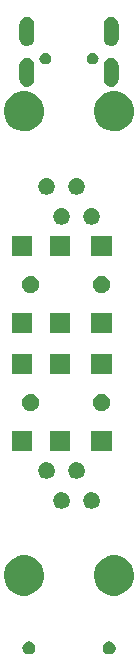
<source format=gbr>
G04 #@! TF.FileFunction,Soldermask,Bot*
%FSLAX46Y46*%
G04 Gerber Fmt 4.6, Leading zero omitted, Abs format (unit mm)*
G04 Created by KiCad (PCBNEW (after 2015-mar-04 BZR unknown)-product) date 5/23/2015 10:25:57 AM*
%MOMM*%
G01*
G04 APERTURE LIST*
%ADD10C,0.100000*%
G04 APERTURE END LIST*
D10*
G36*
X3859600Y36292500D02*
X2159600Y36292500D01*
X2159600Y37992500D01*
X3859600Y37992500D01*
X3859600Y36292500D01*
X3859600Y36292500D01*
G37*
G36*
X3859600Y29792500D02*
X2159600Y29792500D01*
X2159600Y31492500D01*
X3859600Y31492500D01*
X3859600Y29792500D01*
X3859600Y29792500D01*
G37*
G36*
X3859600Y26292500D02*
X2159600Y26292500D01*
X2159600Y27992500D01*
X3859600Y27992500D01*
X3859600Y26292500D01*
X3859600Y26292500D01*
G37*
G36*
X3859600Y19792500D02*
X2159600Y19792500D01*
X2159600Y21492500D01*
X3859600Y21492500D01*
X3859600Y19792500D01*
X3859600Y19792500D01*
G37*
G36*
X4009600Y54701538D02*
X4009570Y54697319D01*
X4009553Y54694870D01*
X4009539Y54692847D01*
X3995942Y54571628D01*
X3959060Y54455359D01*
X3900296Y54348469D01*
X3821890Y54255028D01*
X3726827Y54178595D01*
X3618729Y54122083D01*
X3501713Y54087643D01*
X3501679Y54087640D01*
X3501666Y54087636D01*
X3380240Y54076585D01*
X3258974Y54089332D01*
X3258969Y54089334D01*
X3258926Y54089338D01*
X3142403Y54125409D01*
X3035104Y54183425D01*
X2941118Y54261177D01*
X2864024Y54355703D01*
X2806759Y54463404D01*
X2771503Y54580177D01*
X2759600Y54701573D01*
X2759600Y54703772D01*
X2759600Y55913427D01*
X2759600Y55913462D01*
X2759629Y55917682D01*
X2759661Y55922153D01*
X2773258Y56043372D01*
X2810140Y56159641D01*
X2868904Y56266531D01*
X2947310Y56359972D01*
X3042373Y56436405D01*
X3150471Y56492917D01*
X3267487Y56527357D01*
X3267520Y56527361D01*
X3267534Y56527364D01*
X3388960Y56538415D01*
X3510226Y56525668D01*
X3510230Y56525667D01*
X3510274Y56525662D01*
X3626797Y56489591D01*
X3734096Y56431575D01*
X3828082Y56353823D01*
X3905176Y56259297D01*
X3962441Y56151596D01*
X3997697Y56034823D01*
X4009600Y55913427D01*
X4009600Y55911228D01*
X4009600Y54701573D01*
X4009600Y54701538D01*
X4009600Y54701538D01*
G37*
G36*
X4009600Y51251538D02*
X4009570Y51247319D01*
X4009553Y51244870D01*
X4009539Y51242847D01*
X3995942Y51121628D01*
X3959060Y51005359D01*
X3900296Y50898469D01*
X3821890Y50805028D01*
X3726827Y50728595D01*
X3618729Y50672083D01*
X3501713Y50637643D01*
X3501679Y50637640D01*
X3501666Y50637636D01*
X3380240Y50626585D01*
X3258974Y50639332D01*
X3258969Y50639334D01*
X3258926Y50639338D01*
X3142403Y50675409D01*
X3035104Y50733425D01*
X2941118Y50811177D01*
X2864024Y50905703D01*
X2806759Y51013404D01*
X2771503Y51130177D01*
X2759600Y51251573D01*
X2759600Y51253772D01*
X2759600Y52463427D01*
X2759600Y52463462D01*
X2759629Y52467682D01*
X2759661Y52472153D01*
X2773258Y52593372D01*
X2810140Y52709641D01*
X2868904Y52816531D01*
X2947310Y52909972D01*
X3042373Y52986405D01*
X3150471Y53042917D01*
X3267487Y53077357D01*
X3267520Y53077361D01*
X3267534Y53077364D01*
X3388960Y53088415D01*
X3510226Y53075668D01*
X3510230Y53075667D01*
X3510274Y53075662D01*
X3626797Y53039591D01*
X3734096Y52981575D01*
X3828082Y52903823D01*
X3905176Y52809297D01*
X3962441Y52701596D01*
X3997697Y52584823D01*
X4009600Y52463427D01*
X4009600Y52461228D01*
X4009600Y51251573D01*
X4009600Y51251538D01*
X4009600Y51251538D01*
G37*
G36*
X4109623Y3161730D02*
X4107903Y3038533D01*
X4107827Y3038200D01*
X4107827Y3038188D01*
X4084009Y2933353D01*
X4040138Y2834817D01*
X3977965Y2746680D01*
X3899850Y2672293D01*
X3808784Y2614500D01*
X3708222Y2575494D01*
X3602002Y2556766D01*
X3494165Y2559024D01*
X3388816Y2582187D01*
X3289981Y2625367D01*
X3201406Y2686928D01*
X3126481Y2764515D01*
X3068052Y2855178D01*
X3028346Y2955463D01*
X3008874Y3061557D01*
X3010381Y3169406D01*
X3032805Y3274907D01*
X3075298Y3374048D01*
X3136236Y3463045D01*
X3213301Y3538513D01*
X3303553Y3597573D01*
X3403560Y3637978D01*
X3509507Y3658189D01*
X3617369Y3657435D01*
X3723028Y3635746D01*
X3822458Y3593950D01*
X3911883Y3533633D01*
X3987882Y3457100D01*
X4047575Y3367257D01*
X4088674Y3267541D01*
X4109558Y3162074D01*
X4109557Y3162060D01*
X4109623Y3161730D01*
X4109623Y3161730D01*
G37*
G36*
X4434631Y33963590D02*
X4432363Y33801194D01*
X4432287Y33800861D01*
X4432287Y33800848D01*
X4400867Y33662548D01*
X4343036Y33532659D01*
X4261080Y33416478D01*
X4158112Y33318424D01*
X4038070Y33242243D01*
X3905510Y33190825D01*
X3765493Y33166137D01*
X3623344Y33169114D01*
X3484474Y33199647D01*
X3354189Y33256567D01*
X3237439Y33337711D01*
X3138670Y33439989D01*
X3061652Y33559497D01*
X3009311Y33691693D01*
X2983644Y33831543D01*
X2985630Y33973707D01*
X3015190Y34112778D01*
X3071202Y34243463D01*
X3151529Y34360777D01*
X3253114Y34460257D01*
X3372084Y34538109D01*
X3503912Y34591371D01*
X3643570Y34618012D01*
X3785750Y34617019D01*
X3925028Y34588429D01*
X4056095Y34533333D01*
X4173972Y34453825D01*
X4274156Y34352939D01*
X4352836Y34234516D01*
X4407017Y34103064D01*
X4434565Y33963935D01*
X4434564Y33963925D01*
X4434631Y33963590D01*
X4434631Y33963590D01*
G37*
G36*
X4434631Y23963590D02*
X4432363Y23801194D01*
X4432287Y23800861D01*
X4432287Y23800848D01*
X4400867Y23662548D01*
X4343036Y23532659D01*
X4261080Y23416478D01*
X4158112Y23318424D01*
X4038070Y23242243D01*
X3905510Y23190825D01*
X3765493Y23166137D01*
X3623344Y23169114D01*
X3484474Y23199647D01*
X3354189Y23256567D01*
X3237439Y23337711D01*
X3138670Y23439989D01*
X3061652Y23559497D01*
X3009311Y23691693D01*
X2983644Y23831543D01*
X2985630Y23973707D01*
X3015190Y24112778D01*
X3071202Y24243463D01*
X3151529Y24360777D01*
X3253114Y24460257D01*
X3372084Y24538109D01*
X3503912Y24591371D01*
X3643570Y24618012D01*
X3785750Y24617019D01*
X3925028Y24588429D01*
X4056095Y24533333D01*
X4173972Y24453825D01*
X4274156Y24352939D01*
X4352836Y24234516D01*
X4407017Y24103064D01*
X4434565Y23963935D01*
X4434564Y23963925D01*
X4434631Y23963590D01*
X4434631Y23963590D01*
G37*
G36*
X4849673Y48709194D02*
X4844356Y48328403D01*
X4844280Y48328070D01*
X4844280Y48328057D01*
X4770498Y48003301D01*
X4634896Y47698735D01*
X4442722Y47426310D01*
X4201287Y47196395D01*
X3919803Y47017760D01*
X3608976Y46897197D01*
X3280656Y46839307D01*
X2947341Y46846288D01*
X2621725Y46917880D01*
X2316224Y47051349D01*
X2042464Y47241618D01*
X1810871Y47481440D01*
X1630275Y47761670D01*
X1507546Y48071647D01*
X1447362Y48399562D01*
X1452018Y48732916D01*
X1521332Y49059015D01*
X1652669Y49365445D01*
X1841021Y49640527D01*
X2079219Y49873789D01*
X2358185Y50056339D01*
X2667297Y50181228D01*
X2994776Y50243698D01*
X3328158Y50241370D01*
X3654738Y50174332D01*
X3962073Y50045141D01*
X4238465Y49858713D01*
X4473383Y49622148D01*
X4657877Y49344464D01*
X4784920Y49036234D01*
X4849608Y48709537D01*
X4849607Y48709524D01*
X4849673Y48709194D01*
X4849673Y48709194D01*
G37*
G36*
X4849673Y9409194D02*
X4844356Y9028403D01*
X4844280Y9028070D01*
X4844280Y9028057D01*
X4770498Y8703301D01*
X4634896Y8398735D01*
X4442722Y8126310D01*
X4201287Y7896395D01*
X3919803Y7717760D01*
X3608976Y7597197D01*
X3280656Y7539307D01*
X2947341Y7546288D01*
X2621725Y7617880D01*
X2316224Y7751349D01*
X2042464Y7941618D01*
X1810871Y8181440D01*
X1630275Y8461670D01*
X1507546Y8771647D01*
X1447362Y9099562D01*
X1452018Y9432916D01*
X1521332Y9759015D01*
X1652669Y10065445D01*
X1841021Y10340527D01*
X2079219Y10573789D01*
X2358185Y10756339D01*
X2667297Y10881228D01*
X2994776Y10943698D01*
X3328158Y10941370D01*
X3654738Y10874332D01*
X3962073Y10745141D01*
X4238465Y10558713D01*
X4473383Y10322148D01*
X4657877Y10044464D01*
X4784920Y9736234D01*
X4849608Y9409537D01*
X4849607Y9409524D01*
X4849673Y9409194D01*
X4849673Y9409194D01*
G37*
G36*
X5459621Y53056528D02*
X5458057Y52944530D01*
X5457981Y52944197D01*
X5457981Y52944184D01*
X5436337Y52848913D01*
X5396452Y52759332D01*
X5339934Y52679211D01*
X5268921Y52611587D01*
X5186127Y52559045D01*
X5094710Y52523587D01*
X4998147Y52506560D01*
X4900114Y52508613D01*
X4804341Y52529670D01*
X4714489Y52568926D01*
X4633970Y52624887D01*
X4565854Y52695424D01*
X4512739Y52777842D01*
X4476642Y52869012D01*
X4458940Y52965462D01*
X4460310Y53063505D01*
X4480696Y53159415D01*
X4519325Y53249543D01*
X4574723Y53330450D01*
X4644783Y53399058D01*
X4726830Y53452748D01*
X4817746Y53489480D01*
X4914061Y53507853D01*
X5012117Y53507168D01*
X5108171Y53487451D01*
X5198565Y53449453D01*
X5279855Y53394623D01*
X5348948Y53325046D01*
X5403214Y53243370D01*
X5440576Y53152720D01*
X5440576Y53152715D01*
X5459555Y53056871D01*
X5459554Y53056862D01*
X5459621Y53056528D01*
X5459621Y53056528D01*
G37*
G36*
X5754630Y42261139D02*
X5752441Y42104342D01*
X5752364Y42104004D01*
X5752364Y42103996D01*
X5722030Y41970478D01*
X5666194Y41845067D01*
X5587063Y41732892D01*
X5487646Y41638219D01*
X5371743Y41564665D01*
X5243756Y41515022D01*
X5108565Y41491184D01*
X4971318Y41494058D01*
X4837240Y41523538D01*
X4711444Y41578497D01*
X4598720Y41656842D01*
X4503357Y41755593D01*
X4428995Y41870980D01*
X4378459Y41998618D01*
X4353678Y42133645D01*
X4355595Y42270908D01*
X4384135Y42405181D01*
X4438215Y42531358D01*
X4515777Y42644634D01*
X4613852Y42740678D01*
X4728723Y42815847D01*
X4856004Y42867272D01*
X4990847Y42892994D01*
X5128124Y42892036D01*
X5262599Y42864432D01*
X5389147Y42811236D01*
X5502959Y42734469D01*
X5599689Y42637062D01*
X5675655Y42522722D01*
X5727968Y42395804D01*
X5754564Y42261483D01*
X5754563Y42261474D01*
X5754630Y42261139D01*
X5754630Y42261139D01*
G37*
G36*
X5754630Y18201139D02*
X5752441Y18044342D01*
X5752364Y18044004D01*
X5752364Y18043996D01*
X5722030Y17910478D01*
X5666194Y17785067D01*
X5587063Y17672892D01*
X5487646Y17578219D01*
X5371743Y17504665D01*
X5243756Y17455022D01*
X5108565Y17431184D01*
X4971318Y17434058D01*
X4837240Y17463538D01*
X4711444Y17518497D01*
X4598720Y17596842D01*
X4503357Y17695593D01*
X4428995Y17810980D01*
X4378459Y17938618D01*
X4353678Y18073645D01*
X4355595Y18210908D01*
X4384135Y18345181D01*
X4438215Y18471358D01*
X4515777Y18584634D01*
X4613852Y18680678D01*
X4728723Y18755847D01*
X4856004Y18807272D01*
X4990847Y18832994D01*
X5128124Y18832036D01*
X5262599Y18804432D01*
X5389147Y18751236D01*
X5502959Y18674469D01*
X5599689Y18577062D01*
X5675655Y18462722D01*
X5727968Y18335804D01*
X5754564Y18201483D01*
X5754563Y18201474D01*
X5754630Y18201139D01*
X5754630Y18201139D01*
G37*
G36*
X7024630Y39721139D02*
X7022441Y39564342D01*
X7022364Y39564004D01*
X7022364Y39563996D01*
X6992030Y39430478D01*
X6936194Y39305067D01*
X6857063Y39192892D01*
X6757646Y39098219D01*
X6641743Y39024665D01*
X6513756Y38975022D01*
X6378565Y38951184D01*
X6241318Y38954058D01*
X6107240Y38983538D01*
X5981444Y39038497D01*
X5868720Y39116842D01*
X5773357Y39215593D01*
X5698995Y39330980D01*
X5648459Y39458618D01*
X5623678Y39593645D01*
X5625595Y39730908D01*
X5654135Y39865181D01*
X5708215Y39991358D01*
X5785777Y40104634D01*
X5883852Y40200678D01*
X5998723Y40275847D01*
X6126004Y40327272D01*
X6260847Y40352994D01*
X6398124Y40352036D01*
X6532599Y40324432D01*
X6659147Y40271236D01*
X6772959Y40194469D01*
X6869689Y40097062D01*
X6945655Y39982722D01*
X6997968Y39855804D01*
X7024564Y39721483D01*
X7024563Y39721474D01*
X7024630Y39721139D01*
X7024630Y39721139D01*
G37*
G36*
X7024630Y15661139D02*
X7022441Y15504342D01*
X7022364Y15504004D01*
X7022364Y15503996D01*
X6992030Y15370478D01*
X6936194Y15245067D01*
X6857063Y15132892D01*
X6757646Y15038219D01*
X6641743Y14964665D01*
X6513756Y14915022D01*
X6378565Y14891184D01*
X6241318Y14894058D01*
X6107240Y14923538D01*
X5981444Y14978497D01*
X5868720Y15056842D01*
X5773357Y15155593D01*
X5698995Y15270980D01*
X5648459Y15398618D01*
X5623678Y15533645D01*
X5625595Y15670908D01*
X5654135Y15805181D01*
X5708215Y15931358D01*
X5785777Y16044634D01*
X5883852Y16140678D01*
X5998723Y16215847D01*
X6126004Y16267272D01*
X6260847Y16292994D01*
X6398124Y16292036D01*
X6532599Y16264432D01*
X6659147Y16211236D01*
X6772959Y16134469D01*
X6869689Y16037062D01*
X6945655Y15922722D01*
X6997968Y15795804D01*
X7024564Y15661483D01*
X7024563Y15661474D01*
X7024630Y15661139D01*
X7024630Y15661139D01*
G37*
G36*
X7059600Y36292500D02*
X5359600Y36292500D01*
X5359600Y37992500D01*
X7059600Y37992500D01*
X7059600Y36292500D01*
X7059600Y36292500D01*
G37*
G36*
X7059600Y29792500D02*
X5359600Y29792500D01*
X5359600Y31492500D01*
X7059600Y31492500D01*
X7059600Y29792500D01*
X7059600Y29792500D01*
G37*
G36*
X7059600Y26292500D02*
X5359600Y26292500D01*
X5359600Y27992500D01*
X7059600Y27992500D01*
X7059600Y26292500D01*
X7059600Y26292500D01*
G37*
G36*
X7059600Y19792500D02*
X5359600Y19792500D01*
X5359600Y21492500D01*
X7059600Y21492500D01*
X7059600Y19792500D01*
X7059600Y19792500D01*
G37*
G36*
X8294630Y42261139D02*
X8292441Y42104342D01*
X8292364Y42104004D01*
X8292364Y42103996D01*
X8262030Y41970478D01*
X8206194Y41845067D01*
X8127063Y41732892D01*
X8027646Y41638219D01*
X7911743Y41564665D01*
X7783756Y41515022D01*
X7648565Y41491184D01*
X7511318Y41494058D01*
X7377240Y41523538D01*
X7251444Y41578497D01*
X7138720Y41656842D01*
X7043357Y41755593D01*
X6968995Y41870980D01*
X6918459Y41998618D01*
X6893678Y42133645D01*
X6895595Y42270908D01*
X6924135Y42405181D01*
X6978215Y42531358D01*
X7055777Y42644634D01*
X7153852Y42740678D01*
X7268723Y42815847D01*
X7396004Y42867272D01*
X7530847Y42892994D01*
X7668124Y42892036D01*
X7802599Y42864432D01*
X7929147Y42811236D01*
X8042959Y42734469D01*
X8139689Y42637062D01*
X8215655Y42522722D01*
X8267968Y42395804D01*
X8294564Y42261483D01*
X8294563Y42261474D01*
X8294630Y42261139D01*
X8294630Y42261139D01*
G37*
G36*
X8294630Y18201139D02*
X8292441Y18044342D01*
X8292364Y18044004D01*
X8292364Y18043996D01*
X8262030Y17910478D01*
X8206194Y17785067D01*
X8127063Y17672892D01*
X8027646Y17578219D01*
X7911743Y17504665D01*
X7783756Y17455022D01*
X7648565Y17431184D01*
X7511318Y17434058D01*
X7377240Y17463538D01*
X7251444Y17518497D01*
X7138720Y17596842D01*
X7043357Y17695593D01*
X6968995Y17810980D01*
X6918459Y17938618D01*
X6893678Y18073645D01*
X6895595Y18210908D01*
X6924135Y18345181D01*
X6978215Y18471358D01*
X7055777Y18584634D01*
X7153852Y18680678D01*
X7268723Y18755847D01*
X7396004Y18807272D01*
X7530847Y18832994D01*
X7668124Y18832036D01*
X7802599Y18804432D01*
X7929147Y18751236D01*
X8042959Y18674469D01*
X8139689Y18577062D01*
X8215655Y18462722D01*
X8267968Y18335804D01*
X8294564Y18201483D01*
X8294563Y18201474D01*
X8294630Y18201139D01*
X8294630Y18201139D01*
G37*
G36*
X9459621Y53056528D02*
X9458057Y52944530D01*
X9457981Y52944197D01*
X9457981Y52944184D01*
X9436337Y52848913D01*
X9396452Y52759332D01*
X9339934Y52679211D01*
X9268921Y52611587D01*
X9186127Y52559045D01*
X9094710Y52523587D01*
X8998147Y52506560D01*
X8900114Y52508613D01*
X8804341Y52529670D01*
X8714489Y52568926D01*
X8633970Y52624887D01*
X8565854Y52695424D01*
X8512739Y52777842D01*
X8476642Y52869012D01*
X8458940Y52965462D01*
X8460310Y53063505D01*
X8480696Y53159415D01*
X8519325Y53249543D01*
X8574723Y53330450D01*
X8644783Y53399058D01*
X8726830Y53452748D01*
X8817746Y53489480D01*
X8914061Y53507853D01*
X9012117Y53507168D01*
X9108171Y53487451D01*
X9198565Y53449453D01*
X9279855Y53394623D01*
X9348948Y53325046D01*
X9403214Y53243370D01*
X9440576Y53152720D01*
X9440576Y53152715D01*
X9459555Y53056871D01*
X9459554Y53056862D01*
X9459621Y53056528D01*
X9459621Y53056528D01*
G37*
G36*
X9564630Y39721139D02*
X9562441Y39564342D01*
X9562364Y39564004D01*
X9562364Y39563996D01*
X9532030Y39430478D01*
X9476194Y39305067D01*
X9397063Y39192892D01*
X9297646Y39098219D01*
X9181743Y39024665D01*
X9053756Y38975022D01*
X8918565Y38951184D01*
X8781318Y38954058D01*
X8647240Y38983538D01*
X8521444Y39038497D01*
X8408720Y39116842D01*
X8313357Y39215593D01*
X8238995Y39330980D01*
X8188459Y39458618D01*
X8163678Y39593645D01*
X8165595Y39730908D01*
X8194135Y39865181D01*
X8248215Y39991358D01*
X8325777Y40104634D01*
X8423852Y40200678D01*
X8538723Y40275847D01*
X8666004Y40327272D01*
X8800847Y40352994D01*
X8938124Y40352036D01*
X9072599Y40324432D01*
X9199147Y40271236D01*
X9312959Y40194469D01*
X9409689Y40097062D01*
X9485655Y39982722D01*
X9537968Y39855804D01*
X9564564Y39721483D01*
X9564563Y39721474D01*
X9564630Y39721139D01*
X9564630Y39721139D01*
G37*
G36*
X9564630Y15661139D02*
X9562441Y15504342D01*
X9562364Y15504004D01*
X9562364Y15503996D01*
X9532030Y15370478D01*
X9476194Y15245067D01*
X9397063Y15132892D01*
X9297646Y15038219D01*
X9181743Y14964665D01*
X9053756Y14915022D01*
X8918565Y14891184D01*
X8781318Y14894058D01*
X8647240Y14923538D01*
X8521444Y14978497D01*
X8408720Y15056842D01*
X8313357Y15155593D01*
X8238995Y15270980D01*
X8188459Y15398618D01*
X8163678Y15533645D01*
X8165595Y15670908D01*
X8194135Y15805181D01*
X8248215Y15931358D01*
X8325777Y16044634D01*
X8423852Y16140678D01*
X8538723Y16215847D01*
X8666004Y16267272D01*
X8800847Y16292994D01*
X8938124Y16292036D01*
X9072599Y16264432D01*
X9199147Y16211236D01*
X9312959Y16134469D01*
X9409689Y16037062D01*
X9485655Y15922722D01*
X9537968Y15795804D01*
X9564564Y15661483D01*
X9564563Y15661474D01*
X9564630Y15661139D01*
X9564630Y15661139D01*
G37*
G36*
X10434631Y33963590D02*
X10432363Y33801194D01*
X10432287Y33800861D01*
X10432287Y33800848D01*
X10400867Y33662548D01*
X10343036Y33532659D01*
X10261080Y33416478D01*
X10158112Y33318424D01*
X10038070Y33242243D01*
X9905510Y33190825D01*
X9765493Y33166137D01*
X9623344Y33169114D01*
X9484474Y33199647D01*
X9354189Y33256567D01*
X9237439Y33337711D01*
X9138670Y33439989D01*
X9061652Y33559497D01*
X9009311Y33691693D01*
X8983644Y33831543D01*
X8985630Y33973707D01*
X9015190Y34112778D01*
X9071202Y34243463D01*
X9151529Y34360777D01*
X9253114Y34460257D01*
X9372084Y34538109D01*
X9503912Y34591371D01*
X9643570Y34618012D01*
X9785750Y34617019D01*
X9925028Y34588429D01*
X10056095Y34533333D01*
X10173972Y34453825D01*
X10274156Y34352939D01*
X10352836Y34234516D01*
X10407017Y34103064D01*
X10434565Y33963935D01*
X10434564Y33963925D01*
X10434631Y33963590D01*
X10434631Y33963590D01*
G37*
G36*
X10434631Y23963590D02*
X10432363Y23801194D01*
X10432287Y23800861D01*
X10432287Y23800848D01*
X10400867Y23662548D01*
X10343036Y23532659D01*
X10261080Y23416478D01*
X10158112Y23318424D01*
X10038070Y23242243D01*
X9905510Y23190825D01*
X9765493Y23166137D01*
X9623344Y23169114D01*
X9484474Y23199647D01*
X9354189Y23256567D01*
X9237439Y23337711D01*
X9138670Y23439989D01*
X9061652Y23559497D01*
X9009311Y23691693D01*
X8983644Y23831543D01*
X8985630Y23973707D01*
X9015190Y24112778D01*
X9071202Y24243463D01*
X9151529Y24360777D01*
X9253114Y24460257D01*
X9372084Y24538109D01*
X9503912Y24591371D01*
X9643570Y24618012D01*
X9785750Y24617019D01*
X9925028Y24588429D01*
X10056095Y24533333D01*
X10173972Y24453825D01*
X10274156Y24352939D01*
X10352836Y24234516D01*
X10407017Y24103064D01*
X10434565Y23963935D01*
X10434564Y23963925D01*
X10434631Y23963590D01*
X10434631Y23963590D01*
G37*
G36*
X10559600Y36292500D02*
X8859600Y36292500D01*
X8859600Y37992500D01*
X10559600Y37992500D01*
X10559600Y36292500D01*
X10559600Y36292500D01*
G37*
G36*
X10559600Y29792500D02*
X8859600Y29792500D01*
X8859600Y31492500D01*
X10559600Y31492500D01*
X10559600Y29792500D01*
X10559600Y29792500D01*
G37*
G36*
X10559600Y26292500D02*
X8859600Y26292500D01*
X8859600Y27992500D01*
X10559600Y27992500D01*
X10559600Y26292500D01*
X10559600Y26292500D01*
G37*
G36*
X10559600Y19792500D02*
X8859600Y19792500D01*
X8859600Y21492500D01*
X10559600Y21492500D01*
X10559600Y19792500D01*
X10559600Y19792500D01*
G37*
G36*
X10909623Y3161730D02*
X10907903Y3038533D01*
X10907827Y3038200D01*
X10907827Y3038188D01*
X10884009Y2933353D01*
X10840138Y2834817D01*
X10777965Y2746680D01*
X10699850Y2672293D01*
X10608784Y2614500D01*
X10508222Y2575494D01*
X10402002Y2556766D01*
X10294165Y2559024D01*
X10188816Y2582187D01*
X10089981Y2625367D01*
X10001406Y2686928D01*
X9926481Y2764515D01*
X9868052Y2855178D01*
X9828346Y2955463D01*
X9808874Y3061557D01*
X9810381Y3169406D01*
X9832805Y3274907D01*
X9875298Y3374048D01*
X9936236Y3463045D01*
X10013301Y3538513D01*
X10103553Y3597573D01*
X10203560Y3637978D01*
X10309507Y3658189D01*
X10417369Y3657435D01*
X10523028Y3635746D01*
X10622458Y3593950D01*
X10711883Y3533633D01*
X10787882Y3457100D01*
X10847575Y3367257D01*
X10888674Y3267541D01*
X10909558Y3162074D01*
X10909557Y3162060D01*
X10909623Y3161730D01*
X10909623Y3161730D01*
G37*
G36*
X11159600Y54701538D02*
X11159570Y54697319D01*
X11159553Y54694870D01*
X11159539Y54692847D01*
X11145942Y54571628D01*
X11109060Y54455359D01*
X11050296Y54348469D01*
X10971890Y54255028D01*
X10876827Y54178595D01*
X10768729Y54122083D01*
X10651713Y54087643D01*
X10651679Y54087640D01*
X10651666Y54087636D01*
X10530240Y54076585D01*
X10408974Y54089332D01*
X10408969Y54089334D01*
X10408926Y54089338D01*
X10292403Y54125409D01*
X10185104Y54183425D01*
X10091118Y54261177D01*
X10014024Y54355703D01*
X9956759Y54463404D01*
X9921503Y54580177D01*
X9909600Y54701573D01*
X9909600Y54703772D01*
X9909600Y55913427D01*
X9909600Y55913462D01*
X9909629Y55917682D01*
X9909661Y55922153D01*
X9923258Y56043372D01*
X9960140Y56159641D01*
X10018904Y56266531D01*
X10097310Y56359972D01*
X10192373Y56436405D01*
X10300471Y56492917D01*
X10417487Y56527357D01*
X10417520Y56527361D01*
X10417534Y56527364D01*
X10538960Y56538415D01*
X10660226Y56525668D01*
X10660230Y56525667D01*
X10660274Y56525662D01*
X10776797Y56489591D01*
X10884096Y56431575D01*
X10978082Y56353823D01*
X11055176Y56259297D01*
X11112441Y56151596D01*
X11147697Y56034823D01*
X11159600Y55913427D01*
X11159600Y55911228D01*
X11159600Y54701573D01*
X11159600Y54701538D01*
X11159600Y54701538D01*
G37*
G36*
X11159600Y51251538D02*
X11159570Y51247319D01*
X11159553Y51244870D01*
X11159539Y51242847D01*
X11145942Y51121628D01*
X11109060Y51005359D01*
X11050296Y50898469D01*
X10971890Y50805028D01*
X10876827Y50728595D01*
X10768729Y50672083D01*
X10651713Y50637643D01*
X10651679Y50637640D01*
X10651666Y50637636D01*
X10530240Y50626585D01*
X10408974Y50639332D01*
X10408969Y50639334D01*
X10408926Y50639338D01*
X10292403Y50675409D01*
X10185104Y50733425D01*
X10091118Y50811177D01*
X10014024Y50905703D01*
X9956759Y51013404D01*
X9921503Y51130177D01*
X9909600Y51251573D01*
X9909600Y51253772D01*
X9909600Y52463427D01*
X9909600Y52463462D01*
X9909629Y52467682D01*
X9909661Y52472153D01*
X9923258Y52593372D01*
X9960140Y52709641D01*
X10018904Y52816531D01*
X10097310Y52909972D01*
X10192373Y52986405D01*
X10300471Y53042917D01*
X10417487Y53077357D01*
X10417520Y53077361D01*
X10417534Y53077364D01*
X10538960Y53088415D01*
X10660226Y53075668D01*
X10660230Y53075667D01*
X10660274Y53075662D01*
X10776797Y53039591D01*
X10884096Y52981575D01*
X10978082Y52903823D01*
X11055176Y52809297D01*
X11112441Y52701596D01*
X11147697Y52584823D01*
X11159600Y52463427D01*
X11159600Y52461228D01*
X11159600Y51251573D01*
X11159600Y51251538D01*
X11159600Y51251538D01*
G37*
G36*
X12469673Y48709194D02*
X12464356Y48328403D01*
X12464280Y48328070D01*
X12464280Y48328057D01*
X12390498Y48003301D01*
X12254896Y47698735D01*
X12062722Y47426310D01*
X11821287Y47196395D01*
X11539803Y47017760D01*
X11228976Y46897197D01*
X10900656Y46839307D01*
X10567341Y46846288D01*
X10241725Y46917880D01*
X9936224Y47051349D01*
X9662464Y47241618D01*
X9430871Y47481440D01*
X9250275Y47761670D01*
X9127546Y48071647D01*
X9067362Y48399562D01*
X9072018Y48732916D01*
X9141332Y49059015D01*
X9272669Y49365445D01*
X9461021Y49640527D01*
X9699219Y49873789D01*
X9978185Y50056339D01*
X10287297Y50181228D01*
X10614776Y50243698D01*
X10948158Y50241370D01*
X11274738Y50174332D01*
X11582073Y50045141D01*
X11858465Y49858713D01*
X12093383Y49622148D01*
X12277877Y49344464D01*
X12404920Y49036234D01*
X12469608Y48709537D01*
X12469607Y48709524D01*
X12469673Y48709194D01*
X12469673Y48709194D01*
G37*
G36*
X12469673Y9409194D02*
X12464356Y9028403D01*
X12464280Y9028070D01*
X12464280Y9028057D01*
X12390498Y8703301D01*
X12254896Y8398735D01*
X12062722Y8126310D01*
X11821287Y7896395D01*
X11539803Y7717760D01*
X11228976Y7597197D01*
X10900656Y7539307D01*
X10567341Y7546288D01*
X10241725Y7617880D01*
X9936224Y7751349D01*
X9662464Y7941618D01*
X9430871Y8181440D01*
X9250275Y8461670D01*
X9127546Y8771647D01*
X9067362Y9099562D01*
X9072018Y9432916D01*
X9141332Y9759015D01*
X9272669Y10065445D01*
X9461021Y10340527D01*
X9699219Y10573789D01*
X9978185Y10756339D01*
X10287297Y10881228D01*
X10614776Y10943698D01*
X10948158Y10941370D01*
X11274738Y10874332D01*
X11582073Y10745141D01*
X11858465Y10558713D01*
X12093383Y10322148D01*
X12277877Y10044464D01*
X12404920Y9736234D01*
X12469608Y9409537D01*
X12469607Y9409524D01*
X12469673Y9409194D01*
X12469673Y9409194D01*
G37*
M02*

</source>
